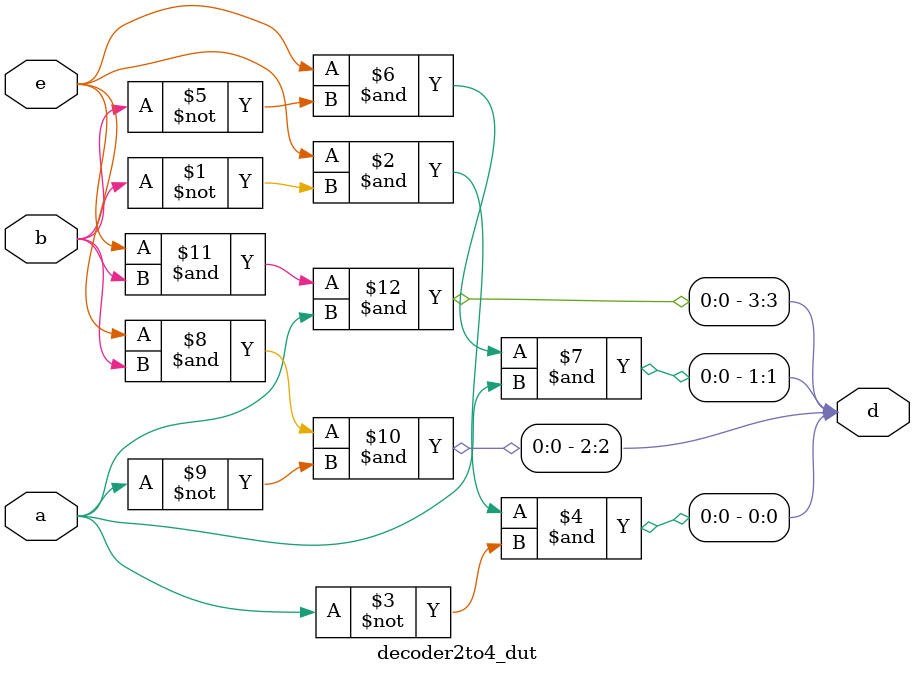
<source format=v>
module decoder2to4_dut (
    e,b,a,d
);
    input e,b,a;
    output [3:0]d;

    assign d[0]=e&(~b)&(~a);
    assign d[1]=e&(~b)&(a);
    assign d[2]=e&(b)&(~a);
    assign d[3]=e&b&a;

endmodule


</source>
